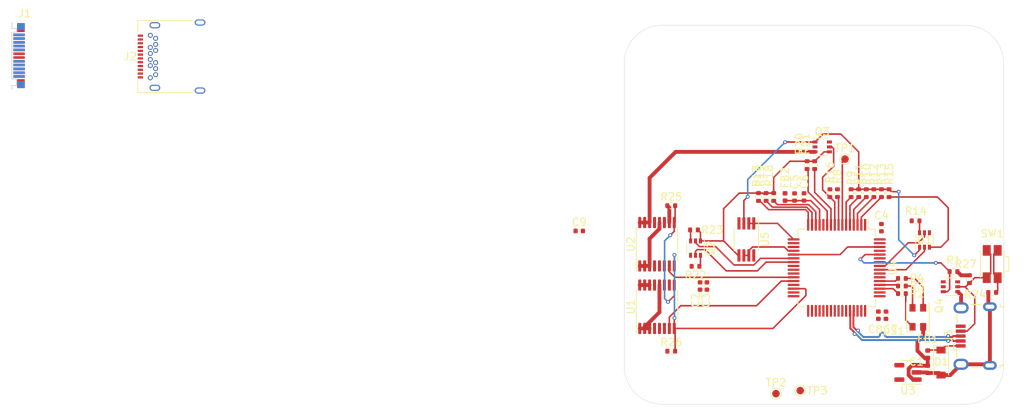
<source format=kicad_pcb>
(kicad_pcb (version 20211014) (generator pcbnew)
  (layers (0 "F.Cu" signal) (1 "In1.Cu" power) (2 "In2.Cu" power) (31 "B.Cu" signal) (34 "B.Paste" user) (35 "F.Paste" user) (36 "B.SilkS" user "B.Silkscreen") (37 "F.SilkS" user "F.Silkscreen") (38 "B.Mask" user) (39 "F.Mask" user) (44 "Edge.Cuts" user))
  (net 0 "")
  (net 1 "GND")
  (net 2 "+5V")
  (net 3 "+3V3")
  (net 4 "Net-(D1-Pad1)")
  (net 5 "Net-(DS1-Pad3)")
  (net 6 "Net-(DS1-Pad4)")
  (net 7 "/CC1_RECEP")
  (net 8 "/CC2_RECEP")
  (net 9 "Net-(Q1-Pad6)")
  (net 10 "/CC1_TX_DATA")
  (net 11 "/CC1_TX_EN")
  (net 12 "Net-(Q1-Pad3)")
  (net 13 "/CC1")
  (net 14 "Net-(Q2-Pad6)")
  (net 15 "/CC2_TX_DATA")
  (net 16 "/CC2_TX_EN")
  (net 17 "Net-(Q2-Pad3)")
  (net 18 "/CC2")
  (net 19 "/CC1_EN")
  (net 20 "/CC2_EN")
  (net 21 "/BOOT")
  (net 22 "/LED_R_L")
  (net 23 "/LED_G_L")
  (net 24 "/LED_B_L")
  (net 25 "/CC1_RP3A0")
  (net 26 "/CC1_RA")
  (net 27 "/CC1_RP1A5")
  (net 28 "/CC1_RD")
  (net 29 "/CC1_RPUSB")
  (net 30 "/CC2_RP3A0")
  (net 31 "/CC2_RA")
  (net 32 "/CC2_RP1A5")
  (net 33 "/CC2_RD")
  (net 34 "/CC2_RPUSB")
  (net 35 "/UART_TX")
  (net 36 "/UART_RX")
  (net 37 "/NRST")
  (net 39 "/INA_SCL")
  (net 40 "/INA_SDA")
  (net 41 "/VBUS_ALERT_L")
  (net 42 "/VCONN_ALERT_L")
  (net 44 "/CC2_BUF")
  (net 45 "/CC1_BUF")
  (net 46 "/VBUS_PLUG")
  (net 47 "/CC2_PLUG")
  (net 48 "/VBUS_RECEP")
  (net 49 "/RX1+")
  (net 50 "/RX1-")
  (net 51 "/SBU2")
  (net 52 "/TX2-")
  (net 53 "/TX2+")
  (net 54 "/RX2+")
  (net 55 "/RX2-")
  (net 56 "/SBU1")
  (net 57 "/USBC_D-")
  (net 58 "/USBC_D+")
  (net 59 "/TX1-")
  (net 60 "/TX1+")
  (net 61 "/USB_B_D+")
  (net 62 "/USB_B_D-")
  (net 63 "/TX_CLK")
  (net 64 "Net-(DS1-Pad1)")
  (net 65 "/VDDA")
  (net 66 "/USB_B_ID")
  (net 67 "Net-(R24-Pad1)")
  (net 80 "/SWO")
  (net 82 "/SWCLK")
  (net 83 "/SWDIO")
  (footprint "Resistor_SMD:R_0402_1005Metric" (layer "F.Cu") (at 134.4 91.8 180)
    (fp_text reference "R22")
    (fp_text value "200")
  )
  (footprint "Resistor_SMD:R_0402_1005Metric" (layer "F.Cu") (at 143.7 82.65 90)
    (fp_text reference "R19")
    (fp_text value "12k1")
  )
  (footprint "Package_SO:TSSOP-16_4.4x5mm_P0.65mm" (layer "F.Cu") (at 129.325 88.8875 90)
    (fp_text reference "U2")
    (fp_text value "INA260")
  )
  (footprint "Resistor_SMD:R_0402_1005Metric" (layer "F.Cu") (at 161.6 93.4 180)
    (fp_text reference "R4")
    (fp_text value "400")
  )
  (footprint "Resistor_SMD:R_0402_1005Metric" (layer "F.Cu") (at 142.7 82.65 90)
    (fp_text reference "R17")
    (fp_text value "4k75")
  )
  (footprint "Capacitor_SMD:C_0402_1005Metric" (layer "F.Cu") (at 148.7 82.65 90)
    (fp_text reference "C6")
    (fp_text value "10n")
  )
  (footprint "Package_TO_SOT_SMD:SOT-363_SC-70-6" (layer "F.Cu") (at 168 94.5 180)
    (fp_text reference "Q4")
    (fp_text value "BSD840N")
  )
  (footprint "Resistor_SMD:R_0402_1005Metric" (layer "F.Cu") (at 159.905 82.15 -90)
    (fp_text reference "R15")
    (fp_text value "100")
  )
  (footprint "Package_TO_SOT_SMD:SOT-363_SC-70-6" (layer "F.Cu") (at 151.1 76.05)
    (fp_text reference "Q3")
    (fp_text value "BSD840N")
  )
  (footprint "Capacitor_SMD:C_0402_1005Metric" (layer "F.Cu") (at 159.5 98.25 -90)
    (fp_text reference "C7")
    (fp_text value "4.7u")
  )
  (footprint "Resistor_SMD:R_0402_1005Metric" (layer "F.Cu") (at 144.7 82.65 90)
    (fp_text reference "R18")
    (fp_text value "1k")
  )
  (footprint "Package_TO_SOT_SMD:SOT-363_SC-70-6" (layer "F.Cu") (at 164.575 88.325 90)
    (fp_text reference "Q1")
    (fp_text value "BSD840N")
  )
  (footprint "Resistor_SMD:R_0402_1005Metric" (layer "F.Cu") (at 149.1 78.45 90)
    (fp_text reference "R20")
    (fp_text value "5k11")
  )
  (footprint "Resistor_SMD:R_0402_1005Metric" (layer "F.Cu") (at 152.105 82.15 90)
    (fp_text reference "R16")
    (fp_text value "35k7")
  )
  (footprint "Package_SO:MSOP-8_3x3mm_P0.65mm" (layer "F.Cu") (at 141.1 88.25 -90)
    (fp_text reference "U5")
    (fp_text value "AD8606")
  )
  (footprint "LED_SMD:LED_Cree-PLCC4_3.2x2.8mm_CCW" (layer "F.Cu") (at 163.7 98.525 90)
    (fp_text reference "DS1")
    (fp_text value "CLVBA-FKA")
  )
  (footprint "Capacitor_SMD:C_0402_1005Metric" (layer "F.Cu") (at 135 94.4 90)
    (fp_text reference "C2")
    (fp_text value "4.7u")
  )
  (footprint "Resistor_SMD:R_0402_1005Metric" (layer "F.Cu") (at 131.2 83.8)
    (fp_text reference "R25")
    (fp_text value "4k75")
  )
  (footprint "Resistor_SMD:R_0402_1005Metric" (layer "F.Cu") (at 173.5 95.25 180)
    (fp_text reference "R24")
    (fp_text value "100")
  )
  (footprint "Resistor_SMD:R_0402_1005Metric" (layer "F.Cu") (at 150.1 78.45 90)
    (fp_text reference "R21")
    (fp_text value "35k7")
  )
  (footprint "Capacitor_SMD:C_0402_1005Metric" (layer "F.Cu") (at 147.45 82.66 90)
    (fp_text reference "C5")
    (fp_text value "1u")
  )
  (footprint "Resistor_SMD:R_0402_1005Metric" (layer "F.Cu") (at 170.5 93.5 -90)
    (fp_text reference "R27")
    (fp_text value "35k7")
  )
  (footprint "Resistor_SMD:R_0402_1005Metric" (layer "F.Cu") (at 156.905 82.15 90)
    (fp_text reference "R10")
    (fp_text value "1k")
  )
  (footprint "Connector_USB:USB_Micro-B_Wuerth_629105150521" (layer "F.Cu") (at 171.245 101.005 90)
    (fp_text reference "J3")
    (fp_text value "629105150521")
  )
  (footprint "Package_TO_SOT_SMD:SOT-363_SC-70-6" (layer "F.Cu") (at 134.4 89.4 -90)
    (fp_text reference "Q2")
    (fp_text value "BSD840N")
  )
  (footprint "TestPoint:TestPoint_Pad_D1.0mm" (layer "F.Cu") (at 148.2 108.2)
    (fp_text reference "TP3")
    (fp_text value "TestPoint")
  )
  (footprint "Diode_SMD:D_SOD-123" (layer "F.Cu") (at 166.75 104.5 -90)
    (fp_text reference "D1")
    (fp_text value "BZT52C5V6")
  )
  (footprint "TestPoint:TestPoint_Pad_D1.0mm" (layer "F.Cu") (at 145 108.6)
    (fp_text reference "TP2")
    (fp_text value "TestPoint")
  )
  (footprint "Capacitor_SMD:C_0402_1005Metric" (layer "F.Cu") (at 119.075 87.1375)
    (fp_text reference "C9")
    (fp_text value "100n")
  )
  (footprint "Resistor_SMD:R_0402_1005Metric" (layer "F.Cu") (at 158.905 82.15 90)
    (fp_text reference "R13")
    (fp_text value "35k7")
  )
  (footprint "Capacitor_SMD:C_0402_1005Metric" (layer "F.Cu") (at 158.9 86.7 90)
    (fp_text reference "C4")
    (fp_text value "100n")
  )
  (footprint "Package_QFP:LQFP-64_10x10mm_P0.5mm" (layer "F.Cu") (at 153 92 -90)
    (fp_text reference "U4")
    (fp_text value "STM32F072RBTx")
  )
  (footprint "Resistor_SMD:R_0402_1005Metric" (layer "F.Cu") (at 163.4 85.8 180)
    (fp_text reference "R14")
    (fp_text value "200")
  )
  (footprint "Capacitor_SMD:C_0402_1005Metric" (layer "F.Cu") (at 165 105.4 -90)
    (fp_text reference "C1")
    (fp_text value "1u")
  )
  (footprint "Inductor_SMD:L_0402_1005Metric" (layer "F.Cu") (at 146.2 82.655 -90)
    (fp_text reference "FB2")
    (fp_text value "600@100MHz")
  )
  (footprint "twonkie:USB_C_Plug_Wurth_632712000011" (layer "F.Cu") (at 44.5 64 -90)
    (fp_text reference "J1")
    (fp_text value "USB4151")
    (fp_line (start 3.075 -0.4) (end 3.075 0.2) (layer "Edge.Cuts") (width 0.1))
    (fp_line (start -3.08 0.2) (end 3.075 0.2) (layer "Edge.Cuts") (width 0.1))
    (fp_line (start 3.945 -0.4) (end 3.945 0.2) (layer "Edge.Cuts") (width 0.1))
    (fp_line (start -4.4 0.2) (end -3.58 0.2) (layer "Edge.Cuts") (width 0.1))
    (fp_line (start -3.58 -0.4) (end -3.08 -0.4) (layer "Edge.Cuts") (width 0.1))
    (fp_line (start 3.075 -0.4) (end 3.945 -0.4) (layer "Edge.Cuts") (width 0.1))
    (fp_line (start -3.58 -0.4) (end -3.58 0.2) (layer "Edge.Cuts") (width 0.1))
    (fp_line (start -3.08 -0.4) (end -3.08 0.2) (layer "Edge.Cuts") (width 0.1))
    (fp_line (start 3.945 0.2) (end 4.4 0.2) (layer "Edge.Cuts") (width 0.1))
  )
  (footprint "Package_SO:TSSOP-16_4.4x5mm_P0.65mm" (layer "F.Cu") (at 129.325 97.1375 90)
    (fp_text reference "U1")
    (fp_text value "INA260")
  )
  (footprint "Resistor_SMD:R_0402_1005Metric" (layer "F.Cu") (at 168.4 92.5 180)
    (fp_text reference "R1")
    (fp_text value "35k7")
  )
  (footprint "Capacitor_SMD:C_0402_1005Metric" (layer "F.Cu") (at 135.9 94.4 90)
    (fp_text reference "C3")
    (fp_text value "100n")
  )
  (footprint "Package_TO_SOT_SMD:SOT-23-5" (layer "F.Cu") (at 162.4 105.8 180)
    (fp_text reference "U3")
    (fp_text value "MIC5504")
  )
  (footprint "TestPoint:TestPoint_Pad_D1.0mm" (layer "F.Cu") (at 154.1 77.65)
    (fp_text reference "TP1")
    (fp_text value "TestPoint")
  )
  (footprint "Capacitor_SMD:C_0402_1005Metric" (layer "F.Cu") (at 158.5 98.25 -90)
    (fp_text reference "C8")
    (fp_text value "100n")
  )
  (footprint "Resistor_SMD:R_0402_1005Metric" (layer "F.Cu") (at 153.105 82.15 90)
    (fp_text reference "R8")
    (fp_text value "35k7")
  )
  (footprint "Inductor_SMD:L_0402_1005Metric" (layer "F.Cu") (at 165 103.4 90)
    (fp_text reference "FB1")
    (fp_text value "600@100MHz")
  )
  (footprint "Resistor_SMD:R_0402_1005Metric" (layer "F.Cu") (at 157.905 82.15 90)
    (fp_text reference "R12")
    (fp_text value "5k11")
  )
  (footprint "Resistor_SMD:R_0402_1005Metric" (layer "F.Cu") (at 161.6 94.4 180)
    (fp_text reference "R3")
    (fp_text value "400")
  )
  (footprint "Resistor_SMD:R_0402_1005Metric" (layer "F.Cu") (at 161.6 95.4 180)
    (fp_text reference "R2")
    (fp_text value "620")
  )
  (footprint "Connector_USB:USB_C_Receptacle_Amphenol_12401548E4-2A" (layer "F.Cu") (at 66.26 64.12 90)
    (fp_text reference "J2")
    (fp_text value "690-024-294T331")
  )
  (footprint "Resistor_SMD:R_0402_1005Metric" (layer "F.Cu") (at 131.2 103)
    (fp_text reference "R26")
    (fp_text value "4k75")
  )
  (footprint "Resistor_SMD:R_0402_1005Metric" (layer "F.Cu") (at 154.905 82.15 90)
    (fp_text reference "R9")
    (fp_text value "4k75")
  )
  (footprint "Resistor_SMD:R_0402_1005Metric" (layer "F.Cu") (at 134.2 87 180)
    (fp_text reference "R23")
    (fp_text value "100")
  )
  (footprint "Resistor_SMD:R_0402_1005Metric" (layer "F.Cu") (at 155.905 82.15 90)
    (fp_text reference "R11")
    (fp_text value "12k1")
  )
  (footprint "Button_Switch_SMD:SW_SPST_EVQP7C" (layer "F.Cu") (at 173.5 91.5 90)
    (fp_text reference "SW1")
    (fp_text value "EVQ-P7M01P")
  )
  (gr_arc (start 170 60.000003) (mid 173.535534 61.464469) (end 175 65.000003) (layer "Edge.Cuts") (width 0.05))
  (gr_line (start 175 105) (end 175 65) (layer "Edge.Cuts") (width 0.05))
  (gr_arc (start 125.000003 65) (mid 126.464469 61.464466) (end 130.000003 60) (layer "Edge.Cuts") (width 0.05))
  (gr_line (start 125 65) (end 125 105) (layer "Edge.Cuts") (width 0.05))
  (gr_line (start 170 60) (end 130 60) (layer "Edge.Cuts") (width 0.05))
  (gr_arc (start 175 105) (mid 173.535534 108.535534) (end 170 110) (layer "Edge.Cuts") (width 0.05))
  (gr_line (start 130 110) (end 170 110) (layer "Edge.Cuts") (width 0.05))
  (gr_arc (start 130 110) (mid 126.464466 108.535534) (end 125 105) (layer "Edge.Cuts") (width 0.05))
  (segment (start 163.5375 105.8) (end 164.92 105.8) (width 0.508) (layer "F.Cu") (net 1))
  (segment (start 166.48 105.88) (end 166.75 106.15) (width 0.508) (layer "F.Cu") (net 1))
  (segment (start 169.395 104.73) (end 173.045 104.73) (width 0.508) (layer "F.Cu") (net 1))
  (segment (start 164.92 105.8) (end 165 105.88) (width 0.508) (layer "F.Cu") (net 1))
  (segment (start 166.75 106.15) (end 167.975 106.15) (width 0.508) (layer "F.Cu") (net 1))
  (segment (start 167.975 106.15) (end 169.395 104.73) (width 0.508) (layer "F.Cu") (net 1))
  (segment (start 173.045 104.73) (end 173.195 104.88) (width 0.508) (layer "F.Cu") (net 1))
  (segment (start 173.195 104.88) (end 173.195 97.13) (width 0.508) (layer "F.Cu") (net 1))
  (segment (start 172.99 95.25) (end 172.99 96.925) (width 0.508) (layer "F.Cu") (net 1))
  (segment (start 165 105.88) (end 166.48 105.88) (width 0.508) (layer "F.Cu") (net 1))
  (segment (start 172.99 96.925) (end 173.195 97.13) (width 0.508) (layer "F.Cu") (net 1))
  (segment (start 169.395 95.595) (end 168.95 95.15) (width 0.508) (layer "F.Cu") (net 1))
  (segment (start 169.395 97.28) (end 169.395 95.595) (width 0.508) (layer "F.Cu") (net 1))
  (segment (start 163.65 102.95) (end 164.65 103.95) (width 0.508) (layer "F.Cu") (net 2))
  (segment (start 165 104.92) (end 163.6075 104.92) (width 0.508) (layer "F.Cu") (net 2))
  (segment (start 162.95 104.85) (end 163.5375 104.85) (width 0.508) (layer "F.Cu") (net 2))
  (segment (start 164.4 99.775) (end 164.4 101) (width 0.508) (layer "F.Cu") (net 2))
  (segment (start 162.49448 106.169748) (end 162.49448 105.30552) (width 0.508) (layer "F.Cu") (net 2))
  (segment (start 163.074732 106.75) (end 162.49448 106.169748) (width 0.508) (layer "F.Cu") (net 2))
  (segment (start 165 103.885) (end 165 104.92) (width 0.508) (layer "F.Cu") (net 2))
  (segment (start 163.5375 106.75) (end 163.074732 106.75) (width 0.508) (layer "F.Cu") (net 2))
  (segment (start 164.4 101) (end 163.65 101.75) (width 0.508) (layer "F.Cu") (net 2))
  (segment (start 162.49448 105.30552) (end 162.95 104.85) (width 0.508) (layer "F.Cu") (net 2))
  (segment (start 163.6075 104.92) (end 163.5375 104.85) (width 0.508) (layer "F.Cu") (net 2))
  (segment (start 163.65 101.75) (end 163.65 102.95) (width 0.508) (layer "F.Cu") (net 2))
  (segment (start 169.4 92.99) (end 168.91 92.5) (width 0.508) (layer "F.Cu") (net 3))
  (segment (start 130.95 86.025) (end 130.95 84.06) (width 0.508) (layer "F.Cu") (net 3))
  (segment (start 170.5 92.99) (end 169.4 92.99) (width 0.508) (layer "F.Cu") (net 3))
  (segment (start 130.95 84.06) (end 130.69 83.8) (width 0.508) (layer "F.Cu") (net 3))
  (segment (start 167.295 102.305) (end 166.75 102.85) (width 0.2032) (layer "F.Cu") (net 4))
  (segment (start 166.75 102.85) (end 165.065 102.85) (width 0.2032) (layer "F.Cu") (net 4))
  (segment (start 169.345 102.305) (end 167.295 102.305) (width 0.2032) (layer "F.Cu") (net 4))
  (segment (start 165.065 102.85) (end 165 102.915) (width 0.2032) (layer "F.Cu") (net 4))
  (segment (start 163.275 93.4) (end 162.11 93.4) (width 0.2032) (layer "F.Cu") (net 5))
  (segment (start 164.4 97.275) (end 164.4 94.525) (width 0.2032) (layer "F.Cu") (net 5))
  (segment (start 164.4 94.525) (end 163.275 93.4) (width 0.2032) (layer "F.Cu") (net 5))
  (segment (start 162.11 94.4) (end 162.75 94.4) (width 0.2032) (layer "F.Cu") (net 6))
  (segment (start 162.75 94.4) (end 163 94.65) (width 0.2032) (layer "F.Cu") (net 6))
  (segment (start 163 94.65) (end 163 97.275) (width 0.2032) (layer "F.Cu") (net 6))
  (segment (start 128.35 86.025) (end 128.35 80.125) (width 0.508) (layer "F.Cu") (net 8))
  (segment (start 131.775 76.7) (end 150.15 76.7) (width 0.508) (layer "F.Cu") (net 8))
  (segment (start 128.35 80.125) (end 131.775 76.7) (width 0.508) (layer "F.Cu") (net 8))
  (segment (start 127.05 86.025) (end 128.35 86.025) (width 0.508) (layer "F.Cu") (net 8))
  (segment (start 163.925 85.815) (end 163.91 85.8) (width 0.2032) (layer "F.Cu") (net 9))
  (segment (start 163.925 87.375) (end 163.925 85.815) (width 0.2032) (layer "F.Cu") (net 9))
  (segment (start 164.575 89.8032) (end 162.1282 92.25) (width 0.2032) (layer "F.Cu") (net 10))
  (segment (start 164.575 89.275) (end 164.575 89.8032) (width 0.2032) (layer "F.Cu") (net 10))
  (segment (start 162.1282 92.25) (end 158.675 92.25) (width 0.2032) (layer "F.Cu") (net 10))
  (segment (start 164.575 87.9032) (end 163.7782 88.7) (width 0.2032) (layer "F.Cu") (net 11))
  (segment (start 159.378676 91.75) (end 158.675 91.75) (width 0.2032) (layer "F.Cu") (net 11))
  (segment (start 163.7782 88.7) (end 162.428676 88.7) (width 0.2032) (layer "F.Cu") (net 11))
  (segment (start 164.575 87.375) (end 164.575 87.9032) (width 0.2032) (layer "F.Cu") (net 11))
  (segment (start 162.428676 88.7) (end 159.378676 91.75) (width 0.2032) (layer "F.Cu") (net 11))
  (segment (start 165.225 89.275) (end 166.725 89.275) (width 0.2032) (layer "F.Cu") (net 12))
  (segment (start 166.285 82.66) (end 159.905 82.66) (width 0.2032) (layer "F.Cu") (net 12))
  (segment (start 167.7 88.3) (end 167.7 84.075) (width 0.2032) (layer "F.Cu") (net 12))
  (segment (start 166.725 89.275) (end 167.7 88.3) (width 0.2032) (layer "F.Cu") (net 12))
  (segment (start 167.7 84.075) (end 166.285 82.66) (width 0.2032) (layer "F.Cu") (net 12))
  (segment (start 146.2 75.425) (end 146.225 75.4) (width 0.2032) (layer "F.Cu") (net 13))
  (segment (start 150.15 75.4) (end 151.2 74.35) (width 0.2032) (layer "F.Cu") (net 13))
  (segment (start 163.925 89.275) (end 163.925 89.65) (width 0.2032) (layer "F.Cu") (net 13))
  (segment (start 146.225 75.4) (end 150.15 75.4) (width 0.2032) (layer "F.Cu") (net 13))
  (segment (start 158.905 81.64) (end 159.905 81.64) (width 0.2032) (layer "F.Cu") (net 13))
  (segment (start 140.775 83.1221) (end 141.275 82.6221) (width 0.2032) (layer "F.Cu") (net 13))
  (segment (start 154.905 81.64) (end 158.905 81.64) (width 0.2032) (layer "F.Cu") (net 13))
  (segment (start 140.775 86.1375) (end 140.775 83.1221) (width 0.2032) (layer "F.Cu") (net 13))
  (segment (start 160.215 81.95) (end 159.905 81.64) (width 0.2032) (layer "F.Cu") (net 13))
  (segment (start 163.925 89.65) (end 163.225 90.35) (width 0.2032) (layer "F.Cu") (net 13))
  (segment (start 153.55 74.35) (end 155.905 76.705) (width 0.2032) (layer "F.Cu") (net 13))
  (segment (start 155.905 76.705) (end 155.905 81.64) (width 0.2032) (layer "F.Cu") (net 13))
  (segment (start 161.175 81.95) (end 160.215 81.95) (width 0.2032) (layer "F.Cu") (net 13))
  (segment (start 151.2 74.35) (end 153.55 74.35) (width 0.2032) (layer "F.Cu") (net 13))
  (via (at 163.225 90.35) (size 0.508) (drill 0.254) (layers "F.Cu" "B.Cu") (net 13))
  (via (at 146.2 75.425) (size 0.508) (drill 0.254) (layers "F.Cu" "B.Cu") (net 13))
  (via (at 141.275 82.6221) (size 0.508) (drill 0.254) (layers "F.Cu" "B.Cu") (net 13))
  (via (at 161.175 81.95) (size 0.508) (drill 0.254) (layers "F.Cu" "B.Cu") (net 13))
  (segment (start 141.275 82.6221) (end 141.275 80.35) (width 0.2032) (layer "B.Cu") (net 13))
  (segment (start 141.275 80.35) (end 146.2 75.425) (width 0.2032) (layer "B.Cu") (net 13))
  (segment (start 163.225 90.35) (end 161.175 88.3) (width 0.2032) (layer "B.Cu") (net 13))
  (segment (start 161.175 88.3) (end 161.175 81.95) (width 0.2032) (layer "B.Cu") (net 13))
  (segment (start 135.05 90.35) (end 135.05 91.66) (width 0.2032) (layer "F.Cu") (net 14))
  (segment (start 135.05 91.66) (end 134.91 91.8) (width 0.2032) (layer "F.Cu") (net 14))
  (segment (start 134.925 89.2) (end 134.4 88.675) (width 0.2032) (layer "F.Cu") (net 15))
  (segment (start 139.475 91.625) (end 137.05 89.2) (width 0.2032) (layer "F.Cu") (net 15))
  (segment (start 142.964031 90.75) (end 142.089031 91.625) (width 0.2032) (layer "F.Cu") (net 15))
  (segment (start 147.325 90.75) (end 142.964031 90.75) (width 0.2032) (layer "F.Cu") (net 15))
  (segment (start 142.089031 91.625) (end 139.475 91.625) (width 0.2032) (layer "F.Cu") (net 15))
  (segment (start 137.05 89.2) (end 134.925 89.2) (width 0.2032) (layer "F.Cu") (net 15))
  (segment (start 134.4 88.675) (end 134.4 88.45) (width 0.2032) (layer "F.Cu") (net 15))
  (segment (start 134.6218 89.6) (end 135.65 89.6) (width 0.2032) (layer "F.Cu") (net 16))
  (segment (start 134.4 90.35) (end 134.4 89.8218) (width 0.2032) (layer "F.Cu") (net 16))
  (segment (start 142.55 92.4) (end 143.7 91.25) (width 0.2032) (layer "F.Cu") (net 16))
  (segment (start 134.4 89.8218) (end 134.6218 89.6) (width 0.2032) (layer "F.Cu") (net 16))
  (segment (start 143.7 91.25) (end 147.325 91.25) (width 0.2032) (layer "F.Cu") (net 16))
  (segment (start 135.65 89.6) (end 138.45 92.4) (width 0.2032) (layer "F.Cu") (net 16))
  (segment (start 138.45 92.4) (end 142.55 92.4) (width 0.2032) (layer "F.Cu") (net 16))
  (segment (start 133.75 88.45) (end 133.75 87.06) (width 0.2032) (layer "F.Cu") (net 17))
  (segment (start 133.75 87.06) (end 133.69 87) (width 0.2032) (layer "F.Cu") (net 17))
  (segment (start 138.1 84.2) (end 140.16 82.14) (width 0.2032) (layer "F.Cu") (net 18))
  (segment (start 146.835 77.94) (end 144.7 80.075) (width 0.2032) (layer "F.Cu") (net 18))
  (segment (start 143.375 82.275) (end 143.565 82.275) (width 0.2032) (layer "F.Cu") (net 18))
  (segment (start 140.16 82.14) (end 142.7 82.14) (width 0.2032) (layer "F.Cu") (net 18))
  (segment (start 149.1 77.94) (end 146.835 77.94) (width 0.2032) (layer "F.Cu") (net 18))
  (segment (start 140.0125 90.3625) (end 140.125 90.3625) (width 0.2032) (layer "F.Cu") (net 18))
  (segment (start 150.1 77.94) (end 149.1 77.94) (width 0.2032) (layer "F.Cu") (net 18))
  (segment (start 138.1 88.45) (end 140.0125 90.3625) (width 0.2032) (layer "F.Cu") (net 18))
  (segment (start 151.34 76.7) (end 152.05 76.7) (width 0.2032) (layer "F.Cu") (net 18))
  (segment (start 135.05 88.45) (end 138.1 88.45) (width 0.2032) (layer "F.Cu") (net 18))
  (segment (start 142.7 82.14) (end 143.24 82.14) (width 0.2032) (layer "F.Cu") (net 18))
  (segment (start 143.565 82.275) (end 143.7 82.14) (width 0.2032) (layer "F.Cu") (net 18))
  (segment (start 150.1 77.94) (end 151.34 76.7) (width 0.2032) (layer "F.Cu") (net 18))
  (segment (start 143.24 82.14) (end 143.375 82.275) (width 0.2032) (layer "F.Cu") (net 18))
  (segment (start 135.05 87.34) (end 134.71 87) (width 0.2032) (layer "F.Cu") (net 18))
  (segment (start 138.1 88.45) (end 138.1 84.2) (width 0.2032) (layer "F.Cu") (net 18))
  (segment (start 144.7 82.14) (end 143.7 82.14) (width 0.2032) (layer "F.Cu") (net 18))
  (segment (start 135.05 88.45) (end 135.05 87.34) (width 0.2032) (layer "F.Cu") (net 18))
  (segment (start 144.7 80.075) (end 144.7 82.14) (width 0.2032) (layer "F.Cu") (net 18))
  (segment (start 153.25 82.805) (end 153.25 86.325) (width 0.2032) (layer "F.Cu") (net 19))
  (segment (start 153.105 82.66) (end 153.25 82.805) (width 0.2032) (layer "F.Cu") (net 19))
  (segment (start 152.603111 78.596889) (end 151.15 80.05) (width 0.2032) (layer "F.Cu") (net 20))
  (segment (start 152.75 83.305) (end 152.75 86.325) (width 0.2032) (layer "F.Cu") (net 20))
  (segment (start 152.105 82.66) (end 152.75 83.305) (width 0.2032) (layer "F.Cu") (net 20))
  (segment (start 152.05 76.05) (end 152.381222 76.05) (width 0.2032) (layer "F.Cu") (net 20))
  (segment (start 151.15 81.705) (end 152.105 82.66) (width 0.2032) (layer "F.Cu") (net 20))
  (segment (start 151.15 80.05) (end 151.15 81.705) (width 0.2032) (layer "F.Cu") (net 20))
  (segment (start 152.381222 76.05) (end 152.603111 76.271889) (width 0.2032) (layer "F.Cu") (net 20))
  (segment (start 152.603111 76.271889) (end 152.603111 78.596889) (width 0.2032) (layer "F.Cu") (net 20))
  (segment (start 167.05 95.15) (end 167.5782 95.15) (width 0.2032) (layer "F.Cu") (net 21))
  (segment (start 166.74 91.35) (end 166.075 91.35) (width 0.2032) (layer "F.Cu") (net 21))
  (segment (start 167.5782 95.15) (end 167.89 94.8382) (width 0.2032) (layer "F.Cu") (net 21))
  (segment (start 167.89 92.5) (end 166.74 91.35) (width 0.2032) (layer "F.Cu") (net 21))
  (segment (start 156.75 90.25) (end 158.675 90.25) (width 0.2032) (layer "F.Cu") (net 21))
  (segment (start 167.89 94.8382) (end 167.89 92.5) (width 0.2032) (layer "F.Cu") (net 21))
  (segment (start 156.125 90.875) (end 156.75 90.25) (width 0.2032) (layer "F.Cu") (net 21))
  (via (at 156.125 90.875) (size 0.508) (drill 0.254) (layers "F.Cu" "B.Cu") (net 21))
  (via (at 166.075 91.35) (size 0.508) (drill 0.254) (layers "F.Cu" "B.Cu") (net 21))
  (segment (start 166.075 91.35) (end 156.6 91.35) (width 0.2032) (layer "B.Cu") (net 21))
  (segment (start 156.6 91.35) (end 156.125 90.875) (width 0.2032) (layer "B.Cu") (net 21))
  (segment (start 160.44 94.75) (end 158.675 94.75) (width 0.2032) (layer "F.Cu") (net 22))
  (segment (start 161.09 95.4) (end 160.44 94.75) (width 0.2032) (layer "F.Cu") (net 22))
  (segment (start 161.09 94.4) (end 160.94 94.25) (width 0.2032) (layer "F.Cu") (net 23))
  (segment (start 160.94 94.25) (end 158.675 94.25) (width 0.2032) (layer "F.Cu") (net 23))
  (segment (start 160.74 93.75) (end 158.675 93.75) (width 0.2032) (layer "F.Cu") (net 24))
  (segment (start 161.09 93.4) (end 160.74 93.75) (width 0.2032) (layer "F.Cu") (net 24))
  (segment (start 154.905 82.66) (end 154.25 83.315) (width 0.2032) (layer "F.Cu") (net 25))
  (segment (start 154.25 83.315) (end 154.25 86.325) (width 0.2032) (layer "F.Cu") (net 25))
  (segment (start 155.25 84.3) (end 155.25 86.325) (width 0.2032) (layer "F.Cu") (net 26))
  (segment (start 156.89 82.66) (end 155.25 84.3) (width 0.2032) (layer "F.Cu") (net 26))
  (segment (start 156.905 82.66) (end 156.89 82.66) (width 0.2032) (layer "F.Cu") (net 26))
  (segment (start 155.905 82.66) (end 154.75 83.815) (width 0.2032) (layer "F.Cu") (net 27))
  (segment (start 154.75 83.815) (end 154.75 86.325) (width 0.2032) (layer "F.Cu") (net 27))
  (segment (start 157.905 82.66) (end 155.75 84.815) (width 0.2032) (layer "F.Cu") (net 28))
  (segment (start 155.75 84.815) (end 155.75 86.325) (width 0.2032) (layer "F.Cu") (net 28))
  (segment (start 158.905 82.66) (end 156.25 85.315) (width 0.2032) (layer "F.Cu") (net 29))
  (segment (start 156.25 85.315) (end 156.25 86.325) (width 0.2032) (layer "F.Cu") (net 29))
  (segment (start 149.25 84.666294) (end 148.906266 84.32256) (width 0.2032) (layer "F.Cu") (net 30))
  (segment (start 148.906266 84.32256) (end 144.029031 84.32256) (width 0.2032) (layer "F.Cu") (net 30))
  (segment (start 149.25 86.325) (end 149.25 84.666294) (width 0.2032) (layer "F.Cu") (net 30))
  (segment (start 144.029031 84.32256) (end 142.866471 83.16) (width 0.2032) (layer "F.Cu") (net 30))
  (segment (start 142.866471 83.16) (end 142.7 83.16) (width 0.2032) (layer "F.Cu") (net 30))
  (segment (start 150.25 84.6) (end 149.31312 83.66312) (width 0.2032) (layer "F.Cu") (net 31))
  (segment (start 145.20312 83.66312) (end 144.7 83.16) (width 0.2032) (layer "F.Cu") (net 31))
  (segment (start 150.25 86.325) (end 150.25 84.6) (width 0.2032) (layer "F.Cu") (net 31))
  (segment (start 149.31312 83.66312) (end 145.20312 83.66312) (width 0.2032) (layer "F.Cu") (net 31))
  (segment (start 149.04284 83.99284) (end 144.53284 83.99284) (width 0.2032) (layer "F.Cu") (net 32))
  (segment (start 144.53284 83.99284) (end 143.7 83.16) (width 0.2032) (layer "F.Cu") (net 32))
  (segment (start 149.75 84.7) (end 149.04284 83.99284) (width 0.2032) (layer "F.Cu") (net 32))
  (segment (start 149.75 86.325) (end 149.75 84.7) (width 0.2032) (layer "F.Cu") (net 32))
  (segment (start 151.75 84.5) (end 151.75 86.325) (width 0.2032) (layer "F.Cu") (net 33))
  (segment (start 149.23812 81.98812) (end 151.75 84.5) (width 0.2032) (layer "F.Cu") (net 33))
  (segment (start 149.1 78.96) (end 149.23812 79.09812) (width 0.2032) (layer "F.Cu") (net 33))
  (segment (start 149.23812 79.09812) (end 149.23812 81.98812) (width 0.2032) (layer "F.Cu") (net 33))
  (segment (start 150.1 78.96) (end 150.1 82.05) (width 0.2032) (layer "F.Cu") (net 34))
  (segment (start 150.1 82.05) (end 152.25 84.2) (width 0.2032) (layer "F.Cu") (net 34))
  (segment (start 152.25 84.2) (end 152.25 86.325) (width 0.2032) (layer "F.Cu") (net 34))
  (segment (start 154.1 77.65) (end 153.75 78) (width 0.2032) (layer "F.Cu") (net 37))
  (segment (start 153.75 78) (end 153.75 86.325) (width 0.2032) (layer "F.Cu") (net 37))
  (segment (start 130.775 96.5) (end 131.6 95.675) (width 0.2032) (layer "F.Cu") (net 39))
  (segment (start 131.71 83.8) (end 131.71 85.915) (width 0.2032) (layer "F.Cu") (net 39))
  (segment (start 131.6 87.175) (end 131.075 87.7) (width 0.2032) (layer "F.Cu") (net 39))
  (segment (start 131.6 86.025) (end 131.6 87.175) (width 0.2032) (layer "F.Cu") (net 39))
  (segment (start 131.6 95.675) (end 131.6 94.275) (width 0.2032) (layer "F.Cu") (net 39))
  (segment (start 131.71 85.915) (end 131.6 86.025) (width 0.2032) (layer "F.Cu") (net 39))
  (via (at 130.775 96.5) (size 0.508) (drill 0.254) (layers "F.Cu" "B.Cu") (net 39))
  (via (at 131.075 87.7) (size 0.508) (drill 0.254) (layers "F.Cu" "B.Cu") (net 39))
  (segment (start 130.325 96.05) (end 130.775 96.5) (width 0.2032) (layer "B.Cu") (net 39))
  (segment (start 130.325 88.45) (end 130.325 96) (width 0.2032) (layer "B.Cu") (net 39))
  (segment (start 130.325 96) (end 130.325 96.05) (width 0.2032) (layer "B.Cu") (net 39))
  (segment (start 131.075 87.7) (end 130.325 88.45) (width 0.2032) (layer "B.Cu") (net 39))
  (segment (start 148.95 94.875) (end 148.825 94.75) (width 0.2032) (layer "F.Cu") (net 40))
  (segment (start 144.6 100) (end 148.95 95.65) (width 0.2032) (layer "F.Cu") (net 40))
  (segment (start 131.625 90.3) (end 131.625 91.725) (width 0.2032) (layer "F.Cu") (net 40))
  (segment (start 131.6 100) (end 144.6 100) (width 0.2032) (layer "F.Cu") (net 40))
  (segment (start 148.825 94.75) (end 147.325 94.75) (width 0.2032) (layer "F.Cu") (net 40))
  (segment (start 131.6 100) (end 131.6 98.65) (width 0.2032) (layer "F.Cu") (net 40))
  (segment (start 148.95 95.65) (end 148.95 94.875) (width 0.2032) (layer "F.Cu") (net 40))
  (segment (start 131.6 98.65) (end 131.625 98.625) (width 0.2032) (layer "F.Cu") (net 40))
  (segment (start 131.71 100.11) (end 131.6 100) (width 0.2032) (layer "F.Cu") (net 40))
  (segment (start 131.71 103) (end 131.71 100.11) (width 0.2032) (layer "F.Cu") (net 40))
  (segment (start 131.625 91.725) (end 131.6 91.75) (width 0.2032) (layer "F.Cu") (net 40))
  (via (at 131.625 98.625) (size 0.508) (drill 0.254) (layers "F.Cu" "B.Cu") (net 40))
  (via (at 131.625 90.3) (size 0.508) (drill 0.254) (layers "F.Cu" "B.Cu") (net 40))
  (segment (start 131.625 98.625) (end 131.625 90.3) (width 0.2032) (layer "B.Cu") (net 40))
  (segment (start 130.95 98.5) (end 132.45 97) (width 0.2032) (layer "F.Cu") (net 41))
  (segment (start 142.45 97) (end 145.7 93.75) (width 0.2032) (layer "F.Cu") (net 41))
  (segment (start 145.7 93.75) (end 147.325 93.75) (width 0.2032) (layer "F.Cu") (net 41))
  (segment (start 132.45 97) (end 142.45 97) (width 0.2032) (layer "F.Cu") (net 41))
  (segment (start 130.95 100) (end 130.95 98.5) (width 0.2032) (layer "F.Cu") (net 41))
  (segment (start 130.95 92.525) (end 131.675 93.25) (width 0.2032) (layer "F.Cu") (net 42))
  (segment (start 131.675 93.25) (end 147.325 93.25) (width 0.2032) (layer "F.Cu") (net 42))
  (segment (start 130.95 91.75) (end 130.95 92.525) (width 0.2032) (layer "F.Cu") (net 42))
  (segment (start 141.425 90.3625) (end 140.775 90.3625) (width 0.2032) (layer "F.Cu") (net 44))
  (segment (start 146.1 89.25) (end 146.6 89.75) (width 0.2032) (layer "F.Cu") (net 44))
  (segment (start 146.6 89.75) (end 147.325 89.75) (width 0.2032) (layer "F.Cu") (net 44))
  (segment (start 141.425 89.735969) (end 141.910969 89.25) (width 0.2032) (layer "F.Cu") (net 44))
  (segment (start 141.910969 89.25) (end 146.1 89.25) (width 0.2032) (layer "F.Cu") (net 44))
  (segment (start 141.425 90.3625) (end 141.425 89.735969) (width 0.2032) (layer "F.Cu") (net 44))
  (segment (start 142.075 86.1375) (end 145.2125 86.1375) (width 0.2032) (layer "F.Cu") (net 45))
  (segment (start 145.2125 86.1375) (end 147.325 88.25) (width 0.2032) (layer "F.Cu") (net 45))
  (segment (start 141.425 86.1375) (end 142.075 86.1375) (width 0.2032) (layer "F.Cu") (net 45))
  (segment (start 129.65 94.275) (end 129.65 97.851478) (width 0.508) (layer "F.Cu") (net 46))
  (segment (start 127.7 100) (end 127.05 100) (width 0.508) (layer "F.Cu") (net 46))
  (segment (start 127.7 99.801478) (end 127.7 100) (width 0.508) (layer "F.Cu") (net 46))
  (segment (start 129.65 97.851478) (end 127.7 99.801478) (width 0.508) (layer "F.Cu") (net 46))
  (segment (start 127.7 100) (end 128.35 100) (width 0.508) (layer "F.Cu") (net 46))
  (segment (start 127.05 91.75) (end 128.35 91.75) (width 0.508) (layer "F.Cu") (net 47))
  (segment (start 128.35 91.75) (end 128.35 88.15) (width 0.508) (layer "F.Cu") (net 47))
  (segment (start 129.65 86.85) (end 129.65 86.025) (width 0.508) (layer "F.Cu") (net 47))
  (segment (start 128.35 88.15) (end 129.65 86.85) (width 0.508) (layer "F.Cu") (net 47))
  (segment (start 128.35 94.275) (end 127.05 94.275) (width 0.508) (layer "F.Cu") (net 48))
  (segment (start 155.833487 100.266513) (end 155.653882 100.266513) (width 0.254) (layer "F.Cu") (net 61))
  (segment (start 169.345 101.005) (end 168.369999 101.005) (width 0.254) (layer "F.Cu") (net 61))
  (segment (start 167.826999 101.126799) (end 167.7 100.9998) (width 0.254) (layer "F.Cu") (net 61))
  (segment (start 155.203201 99.815832) (end 155.203201 97.721799) (width 0.254) (layer "F.Cu") (net 61))
  (segment (start 168.369999 101.005) (end 168.248199 101.1268) (width 0.254) (layer "F.Cu") (net 61))
  (segment (start 168.248199 101.1268) (end 167.826999 101.126799) (width 0.254) (layer "F.Cu") (net 61))
  (segment (start 155.203201 97.721799) (end 155.25 97.675) (width 0.254) (layer "F.Cu") (net 61))
  (segment (start 155.653882 100.266513) (end 155.203201 99.815832) (width 0.254) (layer "F.Cu") (net 61))
  (via (at 167.7 100.9998) (size 0.508) (drill 0.254) (layers "F.Cu" "B.Cu") (net 61))
  (via (at 155.833487 100.266513) (size 0.508) (drill 0.254) (layers "F.Cu" "B.Cu") (net 61))
  (segment (start 155.833487 100.266513) (end 155.833487 100.446118) (width 0.254) (layer "B.Cu") (net 61))
  (segment (start 159.623201 101.126799) (end 167.573001 101.126799) (width 0.254) (layer "B.Cu") (net 61))
  (segment (start 159.617399 101.126799) (end 159.623201 101.126799) (width 0.254) (layer "B.Cu") (net 61))
  (segment (start 167.573001 101.126799) (end 167.7 100.9998) (width 0.254) (layer "B.Cu") (net 61))
  (segment (start 156.514168 101.126799) (end 158.423201 101.126799) (width 0.254) (layer "B.Cu") (net 61))
  (segment (start 159.017399 100.532601) (end 159.023201 100.532601) (width 0.254) (layer "B.Cu") (net 61))
  (segment (start 155.833487 100.446118) (end 156.514168 101.126799) (width 0.254) (layer "B.Cu") (net 61))
  (arc (start 159.3203 100.8297) (mid 159.407318 101.039781) (end 159.617399 101.126799) (width 0.254) (layer "B.Cu") (net 61))
  (arc (start 159.023201 100.532601) (mid 159.233282 100.619619) (end 159.3203 100.8297) (width 0.254) (layer "B.Cu") (net 61))
  (arc (start 158.423201 101.126799) (mid 158.633282 101.039781) (end 158.7203 100.8297) (width 0.254) (layer "B.Cu") (net 61))
  (arc (start 158.7203 100.8297) (mid 158.807318 100.619619) (end 159.017399 100.532601) (width 0.254) (layer "B.Cu") (net 61))
  (segment (start 155.366513 100.733487) (end 155.366513 100.553882) (width 0.254) (layer "F.Cu") (net 62))
  (segment (start 154.796799 99.984168) (end 154.796799 97.721799) (width 0.254) (layer "F.Cu") (net 62))
  (segment (start 154.796799 97.721799) (end 154.75 97.675) (width 0.254) (layer "F.Cu") (net 62))
  (segment (start 155.366513 100.553882) (end 154.796799 99.984168) (width 0.254) (layer "F.Cu") (net 62))
  (segment (start 169.345 101.655) (end 168.369999 101.655) (width 0.254) (layer "F.Cu") (net 62))
  (segment (start 167.826999 101.533201) (end 167.7 101.6602) (width 0.254) (layer "F.Cu") (net 62))
  (segment (start 168.248199 101.5332) (end 167.826999 101.533201) (width 0.254) (layer "F.Cu") (net 62))
  (segment (start 168.369999 101.655) (end 168.248199 101.5332) (width 0.254) (layer "F.Cu") (net 62))
  (via (at 167.7 101.6602) (size 0.508) (drill 0.254) (layers "F.Cu" "B.Cu") (net 62))
  (via (at 155.366513 100.733487) (size 0.508) (drill 0.254) (layers "F.Cu" "B.Cu") (net 62))
  (segment (start 156.345832 101.533201) (end 155.546118 100.733487) (width 0.254) (layer "B.Cu") (net 62))
  (segment (start 167.7 101.6602) (end 167.573001 101.533201) (width 0.254) (layer "B.Cu") (net 62))
  (segment (start 167.573001 101.533201) (end 156.345832 101.533201) (width 0.254) (layer "B.Cu") (net 62))
  (segment (start 155.546118 100.733487) (end 155.366513 100.733487) (width 0.254) (layer "B.Cu") (net 62))
  (segment (start 147.325 90.25) (end 153.45 90.25) (width 0.2032) (layer "F.Cu") (net 63))
  (segment (start 154.45 89.25) (end 158.675 89.25) (width 0.2032) (layer "F.Cu") (net 63))
  (segment (start 153.45 90.25) (end 154.45 89.25) (width 0.2032) (layer "F.Cu") (net 63))
  (segment (start 162.11 98.885) (end 163 99.775) (width 0.2032) (layer "F.Cu") (net 64))
  (segment (start 162.11 95.4) (end 162.11 98.885) (width 0.2032) (layer "F.Cu") (net 64))
  (segment (start 149.58 83.13) (end 150.75 84.3) (width 0.2032) (layer "F.Cu") (net 65))
  (segment (start 150.75 84.3) (end 150.75 86.325) (width 0.2032) (layer "F.Cu") (net 65))
  (segment (start 146.2 83.14) (end 148.69 83.14) (width 0.2032) (layer "F.Cu") (net 65))
  (segment (start 148.7 83.13) (end 149.58 83.13) (width 0.2032) (layer "F.Cu") (net 65))
  (segment (start 148.69 83.14) (end 148.7 83.13) (width 0.2032) (layer "F.Cu") (net 65))
  (segment (start 171.196121 99.357079) (end 171.196121 95.796121) (width 0.2032) (layer "F.Cu") (net 66))
  (segment (start 170.01 94.5) (end 168.95 94.5) (width 0.2032) (layer "F.Cu") (net 66))
  (segment (start 169.345 100.355) (end 170.1982 100.355) (width 0.2032) (layer "F.Cu") (net 66))
  (segment (start 173.301121 92.778879) (end 173.301121 90.221121) (width 0.2032) (layer "F.Cu") (net 66))
  (segment (start 171.196121 95.796121) (end 169.9 94.5) (width 0.2032) (layer "F.Cu") (net 66))
  (segment (start 172.78 93.3) (end 173.301121 92.778879) (width 0.2032) (layer "F.Cu") (net 66))
  (segment (start 172.78 93.3) (end 171.21 93.3) (width 0.2032) (layer "F.Cu") (net 66))
  (segment (start 170.5 94.01) (end 170.01 94.5) (width 0.2032) (layer "F.Cu") (net 66))
  (segment (start 170.1982 100.355) (end 171.196121 99.357079) (width 0.2032) (layer "F.Cu") (net 66))
  (segment (start 173.301121 90.221121) (end 172.78 89.7) (width 0.2032) (layer "F.Cu") (net 66))
  (segment (start 171.21 93.3) (end 170.5 94.01) (width 0.2032) (layer "F.Cu") (net 66))
  (segment (start 174.22 95.04) (end 174.01 95.25) (width 0.2032) (layer "F.Cu") (net 67))
  (segment (start 173.698879 92.778879) (end 174.22 93.3) (width 0.2032) (layer "F.Cu") (net 67))
  (segment (start 173.698879 90.221121) (end 173.698879 92.778879) (width 0.2032) (layer "F.Cu") (net 67))
  (segment (start 174.22 93.3) (end 174.22 95.04) (width 0.2032) (layer "F.Cu") (net 67))
  (segment (start 174.22 89.7) (end 173.698879 90.221121) (width 0.2032) (layer "F.Cu") (net 67))
)
</source>
